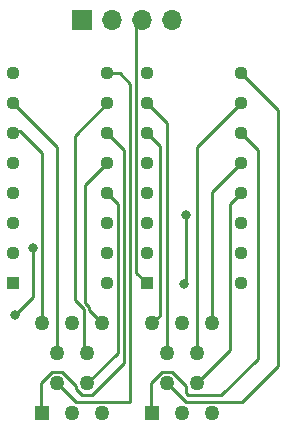
<source format=gbr>
%TF.GenerationSoftware,KiCad,Pcbnew,(6.0.10)*%
%TF.CreationDate,2023-05-16T15:36:24-07:00*%
%TF.ProjectId,SevenSegment,53657665-6e53-4656-976d-656e742e6b69,rev?*%
%TF.SameCoordinates,Original*%
%TF.FileFunction,Copper,L2,Bot*%
%TF.FilePolarity,Positive*%
%FSLAX46Y46*%
G04 Gerber Fmt 4.6, Leading zero omitted, Abs format (unit mm)*
G04 Created by KiCad (PCBNEW (6.0.10)) date 2023-05-16 15:36:24*
%MOMM*%
%LPD*%
G01*
G04 APERTURE LIST*
%TA.AperFunction,ComponentPad*%
%ADD10C,1.270000*%
%TD*%
%TA.AperFunction,ComponentPad*%
%ADD11R,1.270000X1.270000*%
%TD*%
%TA.AperFunction,ComponentPad*%
%ADD12R,1.130000X1.130000*%
%TD*%
%TA.AperFunction,ComponentPad*%
%ADD13C,1.130000*%
%TD*%
%TA.AperFunction,ComponentPad*%
%ADD14R,1.700000X1.700000*%
%TD*%
%TA.AperFunction,ComponentPad*%
%ADD15O,1.700000X1.700000*%
%TD*%
%TA.AperFunction,ViaPad*%
%ADD16C,0.800000*%
%TD*%
%TA.AperFunction,Conductor*%
%ADD17C,0.250000*%
%TD*%
G04 APERTURE END LIST*
D10*
%TO.P,DS-TENS1,10,F*%
%TO.N,/F2*%
X97060000Y-104990000D03*
%TO.P,DS-TENS1,9,G*%
%TO.N,/G2*%
X98330000Y-107530000D03*
%TO.P,DS-TENS1,8,A(C)_2*%
%TO.N,GND*%
X99600000Y-104990000D03*
%TO.P,DS-TENS1,7,A*%
%TO.N,/A2*%
X100870000Y-107530000D03*
%TO.P,DS-TENS1,6,B*%
%TO.N,/B2*%
X102140000Y-104990000D03*
%TO.P,DS-TENS1,5,DP*%
%TO.N,GND*%
X102140000Y-112610000D03*
%TO.P,DS-TENS1,4,C*%
%TO.N,/C2*%
X100870000Y-110070000D03*
%TO.P,DS-TENS1,3,A(C)_1*%
%TO.N,GND*%
X99600000Y-112610000D03*
%TO.P,DS-TENS1,2,D*%
%TO.N,/D2*%
X98330000Y-110070000D03*
D11*
%TO.P,DS-TENS1,1,E*%
%TO.N,/E2*%
X97060000Y-112610000D03*
%TD*%
D10*
%TO.P,DS-ONES1,10,F*%
%TO.N,/F1*%
X106360000Y-104990000D03*
%TO.P,DS-ONES1,9,G*%
%TO.N,/G1*%
X107630000Y-107530000D03*
%TO.P,DS-ONES1,8,A(C)_2*%
%TO.N,GND*%
X108900000Y-104990000D03*
%TO.P,DS-ONES1,7,A*%
%TO.N,/A1*%
X110170000Y-107530000D03*
%TO.P,DS-ONES1,6,B*%
%TO.N,/B1*%
X111440000Y-104990000D03*
%TO.P,DS-ONES1,5,DP*%
%TO.N,GND*%
X111440000Y-112610000D03*
%TO.P,DS-ONES1,4,C*%
%TO.N,/C1*%
X110170000Y-110070000D03*
%TO.P,DS-ONES1,3,A(C)_1*%
%TO.N,GND*%
X108900000Y-112610000D03*
%TO.P,DS-ONES1,2,D*%
%TO.N,/D1*%
X107630000Y-110070000D03*
D11*
%TO.P,DS-ONES1,1,E*%
%TO.N,/E1*%
X106360000Y-112610000D03*
%TD*%
D12*
%TO.P,IC2,1,CLOCK*%
%TO.N,CLOCK_BAR*%
X105930000Y-101590000D03*
D13*
%TO.P,IC2,2,CLOCKINHIBIT*%
%TO.N,Net-(IC2-Pad2)*%
X105930000Y-99050000D03*
%TO.P,IC2,3,RIPPLEBLANKINGIN*%
%TO.N,unconnected-(IC2-Pad3)*%
X105930000Y-96510000D03*
%TO.P,IC2,4,RIPPLEBLANKINGOUT*%
%TO.N,unconnected-(IC2-Pad4)*%
X105930000Y-93970000D03*
%TO.P,IC2,5,CARRYOUT*%
%TO.N,CARRY_1*%
X105930000Y-91430000D03*
%TO.P,IC2,6,F*%
%TO.N,/F1*%
X105930000Y-88890000D03*
%TO.P,IC2,7,G*%
%TO.N,/G1*%
X105930000Y-86350000D03*
%TO.P,IC2,8,VSS*%
%TO.N,GND*%
X105930000Y-83810000D03*
%TO.P,IC2,9,D*%
%TO.N,/D1*%
X113870000Y-83810000D03*
%TO.P,IC2,10,A*%
%TO.N,/A1*%
X113870000Y-86350000D03*
%TO.P,IC2,11,E*%
%TO.N,/E1*%
X113870000Y-88890000D03*
%TO.P,IC2,12,B*%
%TO.N,/B1*%
X113870000Y-91430000D03*
%TO.P,IC2,13,C*%
%TO.N,/C1*%
X113870000Y-93970000D03*
%TO.P,IC2,14,LAMPTEST*%
%TO.N,GND*%
X113870000Y-96510000D03*
%TO.P,IC2,15,RESET*%
%TO.N,/RESET*%
X113870000Y-99050000D03*
%TO.P,IC2,16,VDD*%
%TO.N,+12V*%
X113870000Y-101590000D03*
%TD*%
%TO.P,IC1,16,VDD*%
%TO.N,+12V*%
X102570000Y-101590000D03*
%TO.P,IC1,15,RESET*%
%TO.N,/RESET*%
X102570000Y-99050000D03*
%TO.P,IC1,14,LAMPTEST*%
%TO.N,GND*%
X102570000Y-96510000D03*
%TO.P,IC1,13,C*%
%TO.N,/C2*%
X102570000Y-93970000D03*
%TO.P,IC1,12,B*%
%TO.N,/B2*%
X102570000Y-91430000D03*
%TO.P,IC1,11,E*%
%TO.N,/E2*%
X102570000Y-88890000D03*
%TO.P,IC1,10,A*%
%TO.N,/A2*%
X102570000Y-86350000D03*
%TO.P,IC1,9,D*%
%TO.N,/D2*%
X102570000Y-83810000D03*
%TO.P,IC1,8,VSS*%
%TO.N,GND*%
X94630000Y-83810000D03*
%TO.P,IC1,7,G*%
%TO.N,/G2*%
X94630000Y-86350000D03*
%TO.P,IC1,6,F*%
%TO.N,/F2*%
X94630000Y-88890000D03*
%TO.P,IC1,5,CARRYOUT*%
%TO.N,unconnected-(IC1-Pad5)*%
X94630000Y-91430000D03*
%TO.P,IC1,4,RIPPLEBLANKINGOUT*%
%TO.N,unconnected-(IC1-Pad4)*%
X94630000Y-93970000D03*
%TO.P,IC1,3,RIPPLEBLANKINGIN*%
%TO.N,unconnected-(IC1-Pad3)*%
X94630000Y-96510000D03*
%TO.P,IC1,2,CLOCKINHIBIT*%
%TO.N,Net-(IC1-Pad2)*%
X94630000Y-99050000D03*
D12*
%TO.P,IC1,1,CLOCK*%
%TO.N,CARRY_1*%
X94630000Y-101590000D03*
%TD*%
D14*
%TO.P,J1,1,Pin_1*%
%TO.N,+12V*%
X100390000Y-79300000D03*
D15*
%TO.P,J1,2,Pin_2*%
%TO.N,GND*%
X102930000Y-79300000D03*
%TO.P,J1,3,Pin_3*%
%TO.N,CLOCK_BAR*%
X105470000Y-79300000D03*
%TO.P,J1,4,Pin_4*%
%TO.N,/RESET*%
X108010000Y-79300000D03*
%TD*%
D16*
%TO.N,GND*%
X94800000Y-104300000D03*
X96300000Y-98600000D03*
X109100000Y-101700000D03*
X109200000Y-95800000D03*
%TD*%
D17*
%TO.N,GND*%
X96300000Y-98600000D02*
X96300000Y-102800000D01*
X96300000Y-102800000D02*
X94800000Y-104300000D01*
X109200000Y-101600000D02*
X109200000Y-95800000D01*
X109100000Y-101700000D02*
X109200000Y-101600000D01*
%TO.N,/F1*%
X106995000Y-89955000D02*
X105930000Y-88890000D01*
X106995000Y-104355000D02*
X106995000Y-89955000D01*
X106360000Y-104990000D02*
X106995000Y-104355000D01*
%TO.N,/G1*%
X107630000Y-107530000D02*
X107630000Y-88050000D01*
X107630000Y-88050000D02*
X105930000Y-86350000D01*
%TO.N,/A1*%
X110170000Y-90050000D02*
X113870000Y-86350000D01*
X110170000Y-107530000D02*
X110170000Y-90050000D01*
%TO.N,/B1*%
X111440000Y-93860000D02*
X113870000Y-91430000D01*
X111440000Y-104990000D02*
X111440000Y-93860000D01*
%TO.N,/C1*%
X112980000Y-107260000D02*
X112980000Y-94860000D01*
X112980000Y-94860000D02*
X113870000Y-93970000D01*
X110170000Y-110070000D02*
X112980000Y-107260000D01*
%TO.N,/E1*%
X106360000Y-112640000D02*
X106300000Y-112700000D01*
X106300000Y-110042354D02*
X107232354Y-109110000D01*
X107232354Y-109110000D02*
X108027646Y-109110000D01*
X109200000Y-110282354D02*
X109200000Y-110900000D01*
X109200000Y-110900000D02*
X109400000Y-111100000D01*
X112200000Y-111100000D02*
X115300000Y-108000000D01*
X108027646Y-109110000D02*
X109200000Y-110282354D01*
X115300000Y-90320000D02*
X113870000Y-88890000D01*
X106360000Y-112610000D02*
X106360000Y-112640000D01*
X115300000Y-108000000D02*
X115300000Y-90320000D01*
X106300000Y-112700000D02*
X106300000Y-110042354D01*
X109400000Y-111100000D02*
X112200000Y-111100000D01*
%TO.N,/D1*%
X113950000Y-111650000D02*
X117000000Y-108600000D01*
X117000000Y-108600000D02*
X117000000Y-86940000D01*
X107630000Y-110070000D02*
X109260000Y-111700000D01*
X109260000Y-111700000D02*
X110992354Y-111700000D01*
X111042354Y-111650000D02*
X113950000Y-111650000D01*
X117000000Y-86940000D02*
X113870000Y-83810000D01*
X110992354Y-111700000D02*
X111042354Y-111650000D01*
%TO.N,/E2*%
X104000000Y-108350000D02*
X104000000Y-90320000D01*
X101250000Y-111100000D02*
X104000000Y-108350000D01*
X104000000Y-90320000D02*
X102570000Y-88890000D01*
X97060000Y-112640000D02*
X97000000Y-112700000D01*
X97060000Y-112610000D02*
X97060000Y-112640000D01*
X97000000Y-112700000D02*
X97000000Y-110042354D01*
X97000000Y-110042354D02*
X97932354Y-109110000D01*
X98727646Y-109110000D02*
X99898198Y-110280552D01*
X99898198Y-110280552D02*
X99898198Y-110548198D01*
X97932354Y-109110000D02*
X98727646Y-109110000D01*
X99898198Y-110548198D02*
X100450000Y-111100000D01*
X100450000Y-111100000D02*
X101250000Y-111100000D01*
%TO.N,/D2*%
X98330000Y-110070000D02*
X99960000Y-111700000D01*
X101742354Y-111650000D02*
X102537646Y-111650000D01*
X99960000Y-111700000D02*
X101692354Y-111700000D01*
X101692354Y-111700000D02*
X101742354Y-111650000D01*
X102537646Y-111650000D02*
X102587646Y-111700000D01*
X104500000Y-111700000D02*
X104500000Y-84700000D01*
X102587646Y-111700000D02*
X104500000Y-111700000D01*
X104500000Y-84700000D02*
X103610000Y-83810000D01*
X103610000Y-83810000D02*
X102570000Y-83810000D01*
%TO.N,/B2*%
X101050000Y-103900000D02*
X101050000Y-103613604D01*
X102140000Y-104990000D02*
X101050000Y-103900000D01*
X100700000Y-93300000D02*
X102570000Y-91430000D01*
X101050000Y-103613604D02*
X100700000Y-103263604D01*
X100700000Y-103263604D02*
X100700000Y-93300000D01*
%TO.N,/A2*%
X100600000Y-103800000D02*
X99800000Y-103000000D01*
X99800000Y-89120000D02*
X102570000Y-86350000D01*
%TO.N,/G2*%
X98330000Y-107530000D02*
X98330000Y-90050000D01*
%TO.N,/A2*%
X99800000Y-103000000D02*
X99800000Y-89120000D01*
X100600000Y-107260000D02*
X100600000Y-103800000D01*
X100870000Y-107530000D02*
X100600000Y-107260000D01*
%TO.N,/G2*%
X98330000Y-90050000D02*
X94630000Y-86350000D01*
%TO.N,/F2*%
X97060000Y-90560000D02*
X95200000Y-88700000D01*
X97060000Y-104990000D02*
X97060000Y-90560000D01*
X94820000Y-88700000D02*
X94630000Y-88890000D01*
X95200000Y-88700000D02*
X94820000Y-88700000D01*
%TO.N,/C2*%
X103460000Y-107480000D02*
X103460000Y-94860000D01*
X103460000Y-94860000D02*
X102570000Y-93970000D01*
X100870000Y-110070000D02*
X103460000Y-107480000D01*
%TO.N,CLOCK_BAR*%
X105040000Y-79730000D02*
X105470000Y-79300000D01*
X105040000Y-100700000D02*
X105040000Y-79730000D01*
X105930000Y-101590000D02*
X105040000Y-100700000D01*
%TD*%
M02*

</source>
